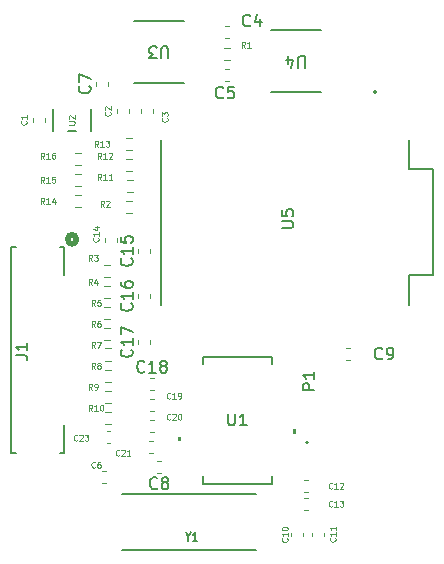
<source format=gbr>
%TF.GenerationSoftware,KiCad,Pcbnew,8.0.8*%
%TF.CreationDate,2025-04-15T16:19:57+05:30*%
%TF.ProjectId,STHDAQ_BX,53544844-4151-45f4-9258-2e6b69636164,rev?*%
%TF.SameCoordinates,Original*%
%TF.FileFunction,Legend,Top*%
%TF.FilePolarity,Positive*%
%FSLAX46Y46*%
G04 Gerber Fmt 4.6, Leading zero omitted, Abs format (unit mm)*
G04 Created by KiCad (PCBNEW 8.0.8) date 2025-04-15 16:19:57*
%MOMM*%
%LPD*%
G01*
G04 APERTURE LIST*
%ADD10C,0.125000*%
%ADD11C,0.150000*%
%ADD12C,0.152400*%
%ADD13C,0.120000*%
%ADD14C,0.127000*%
%ADD15C,0.508000*%
%ADD16C,0.200000*%
%ADD17C,0.000000*%
G04 APERTURE END LIST*
D10*
X175238809Y-90804952D02*
X175643571Y-90804952D01*
X175643571Y-90804952D02*
X175691190Y-90781142D01*
X175691190Y-90781142D02*
X175715000Y-90757333D01*
X175715000Y-90757333D02*
X175738809Y-90709714D01*
X175738809Y-90709714D02*
X175738809Y-90614476D01*
X175738809Y-90614476D02*
X175715000Y-90566857D01*
X175715000Y-90566857D02*
X175691190Y-90543047D01*
X175691190Y-90543047D02*
X175643571Y-90519238D01*
X175643571Y-90519238D02*
X175238809Y-90519238D01*
X175286428Y-90304951D02*
X175262619Y-90281142D01*
X175262619Y-90281142D02*
X175238809Y-90233523D01*
X175238809Y-90233523D02*
X175238809Y-90114475D01*
X175238809Y-90114475D02*
X175262619Y-90066856D01*
X175262619Y-90066856D02*
X175286428Y-90043047D01*
X175286428Y-90043047D02*
X175334047Y-90019237D01*
X175334047Y-90019237D02*
X175381666Y-90019237D01*
X175381666Y-90019237D02*
X175453095Y-90043047D01*
X175453095Y-90043047D02*
X175738809Y-90328761D01*
X175738809Y-90328761D02*
X175738809Y-90019237D01*
D11*
X180539580Y-102142357D02*
X180587200Y-102189976D01*
X180587200Y-102189976D02*
X180634819Y-102332833D01*
X180634819Y-102332833D02*
X180634819Y-102428071D01*
X180634819Y-102428071D02*
X180587200Y-102570928D01*
X180587200Y-102570928D02*
X180491961Y-102666166D01*
X180491961Y-102666166D02*
X180396723Y-102713785D01*
X180396723Y-102713785D02*
X180206247Y-102761404D01*
X180206247Y-102761404D02*
X180063390Y-102761404D01*
X180063390Y-102761404D02*
X179872914Y-102713785D01*
X179872914Y-102713785D02*
X179777676Y-102666166D01*
X179777676Y-102666166D02*
X179682438Y-102570928D01*
X179682438Y-102570928D02*
X179634819Y-102428071D01*
X179634819Y-102428071D02*
X179634819Y-102332833D01*
X179634819Y-102332833D02*
X179682438Y-102189976D01*
X179682438Y-102189976D02*
X179730057Y-102142357D01*
X180634819Y-101189976D02*
X180634819Y-101761404D01*
X180634819Y-101475690D02*
X179634819Y-101475690D01*
X179634819Y-101475690D02*
X179777676Y-101570928D01*
X179777676Y-101570928D02*
X179872914Y-101666166D01*
X179872914Y-101666166D02*
X179920533Y-101761404D01*
X179634819Y-100285214D02*
X179634819Y-100761404D01*
X179634819Y-100761404D02*
X180111009Y-100809023D01*
X180111009Y-100809023D02*
X180063390Y-100761404D01*
X180063390Y-100761404D02*
X180015771Y-100666166D01*
X180015771Y-100666166D02*
X180015771Y-100428071D01*
X180015771Y-100428071D02*
X180063390Y-100332833D01*
X180063390Y-100332833D02*
X180111009Y-100285214D01*
X180111009Y-100285214D02*
X180206247Y-100237595D01*
X180206247Y-100237595D02*
X180444342Y-100237595D01*
X180444342Y-100237595D02*
X180539580Y-100285214D01*
X180539580Y-100285214D02*
X180587200Y-100332833D01*
X180587200Y-100332833D02*
X180634819Y-100428071D01*
X180634819Y-100428071D02*
X180634819Y-100666166D01*
X180634819Y-100666166D02*
X180587200Y-100761404D01*
X180587200Y-100761404D02*
X180539580Y-100809023D01*
D10*
X177732571Y-92680809D02*
X177565905Y-92442714D01*
X177446857Y-92680809D02*
X177446857Y-92180809D01*
X177446857Y-92180809D02*
X177637333Y-92180809D01*
X177637333Y-92180809D02*
X177684952Y-92204619D01*
X177684952Y-92204619D02*
X177708762Y-92228428D01*
X177708762Y-92228428D02*
X177732571Y-92276047D01*
X177732571Y-92276047D02*
X177732571Y-92347476D01*
X177732571Y-92347476D02*
X177708762Y-92395095D01*
X177708762Y-92395095D02*
X177684952Y-92418904D01*
X177684952Y-92418904D02*
X177637333Y-92442714D01*
X177637333Y-92442714D02*
X177446857Y-92442714D01*
X178208762Y-92680809D02*
X177923048Y-92680809D01*
X178065905Y-92680809D02*
X178065905Y-92180809D01*
X178065905Y-92180809D02*
X178018286Y-92252238D01*
X178018286Y-92252238D02*
X177970667Y-92299857D01*
X177970667Y-92299857D02*
X177923048Y-92323666D01*
X178375428Y-92180809D02*
X178684952Y-92180809D01*
X178684952Y-92180809D02*
X178518285Y-92371285D01*
X178518285Y-92371285D02*
X178589714Y-92371285D01*
X178589714Y-92371285D02*
X178637333Y-92395095D01*
X178637333Y-92395095D02*
X178661142Y-92418904D01*
X178661142Y-92418904D02*
X178684952Y-92466523D01*
X178684952Y-92466523D02*
X178684952Y-92585571D01*
X178684952Y-92585571D02*
X178661142Y-92633190D01*
X178661142Y-92633190D02*
X178637333Y-92657000D01*
X178637333Y-92657000D02*
X178589714Y-92680809D01*
X178589714Y-92680809D02*
X178446857Y-92680809D01*
X178446857Y-92680809D02*
X178399238Y-92657000D01*
X178399238Y-92657000D02*
X178375428Y-92633190D01*
X177462666Y-111476809D02*
X177296000Y-111238714D01*
X177176952Y-111476809D02*
X177176952Y-110976809D01*
X177176952Y-110976809D02*
X177367428Y-110976809D01*
X177367428Y-110976809D02*
X177415047Y-111000619D01*
X177415047Y-111000619D02*
X177438857Y-111024428D01*
X177438857Y-111024428D02*
X177462666Y-111072047D01*
X177462666Y-111072047D02*
X177462666Y-111143476D01*
X177462666Y-111143476D02*
X177438857Y-111191095D01*
X177438857Y-111191095D02*
X177415047Y-111214904D01*
X177415047Y-111214904D02*
X177367428Y-111238714D01*
X177367428Y-111238714D02*
X177176952Y-111238714D01*
X177748381Y-111191095D02*
X177700762Y-111167285D01*
X177700762Y-111167285D02*
X177676952Y-111143476D01*
X177676952Y-111143476D02*
X177653143Y-111095857D01*
X177653143Y-111095857D02*
X177653143Y-111072047D01*
X177653143Y-111072047D02*
X177676952Y-111024428D01*
X177676952Y-111024428D02*
X177700762Y-111000619D01*
X177700762Y-111000619D02*
X177748381Y-110976809D01*
X177748381Y-110976809D02*
X177843619Y-110976809D01*
X177843619Y-110976809D02*
X177891238Y-111000619D01*
X177891238Y-111000619D02*
X177915047Y-111024428D01*
X177915047Y-111024428D02*
X177938857Y-111072047D01*
X177938857Y-111072047D02*
X177938857Y-111095857D01*
X177938857Y-111095857D02*
X177915047Y-111143476D01*
X177915047Y-111143476D02*
X177891238Y-111167285D01*
X177891238Y-111167285D02*
X177843619Y-111191095D01*
X177843619Y-111191095D02*
X177748381Y-111191095D01*
X177748381Y-111191095D02*
X177700762Y-111214904D01*
X177700762Y-111214904D02*
X177676952Y-111238714D01*
X177676952Y-111238714D02*
X177653143Y-111286333D01*
X177653143Y-111286333D02*
X177653143Y-111381571D01*
X177653143Y-111381571D02*
X177676952Y-111429190D01*
X177676952Y-111429190D02*
X177700762Y-111453000D01*
X177700762Y-111453000D02*
X177748381Y-111476809D01*
X177748381Y-111476809D02*
X177843619Y-111476809D01*
X177843619Y-111476809D02*
X177891238Y-111453000D01*
X177891238Y-111453000D02*
X177915047Y-111429190D01*
X177915047Y-111429190D02*
X177938857Y-111381571D01*
X177938857Y-111381571D02*
X177938857Y-111286333D01*
X177938857Y-111286333D02*
X177915047Y-111238714D01*
X177915047Y-111238714D02*
X177891238Y-111214904D01*
X177891238Y-111214904D02*
X177843619Y-111191095D01*
X190162666Y-84298809D02*
X189996000Y-84060714D01*
X189876952Y-84298809D02*
X189876952Y-83798809D01*
X189876952Y-83798809D02*
X190067428Y-83798809D01*
X190067428Y-83798809D02*
X190115047Y-83822619D01*
X190115047Y-83822619D02*
X190138857Y-83846428D01*
X190138857Y-83846428D02*
X190162666Y-83894047D01*
X190162666Y-83894047D02*
X190162666Y-83965476D01*
X190162666Y-83965476D02*
X190138857Y-84013095D01*
X190138857Y-84013095D02*
X190115047Y-84036904D01*
X190115047Y-84036904D02*
X190067428Y-84060714D01*
X190067428Y-84060714D02*
X189876952Y-84060714D01*
X190638857Y-84298809D02*
X190353143Y-84298809D01*
X190496000Y-84298809D02*
X190496000Y-83798809D01*
X190496000Y-83798809D02*
X190448381Y-83870238D01*
X190448381Y-83870238D02*
X190400762Y-83917857D01*
X190400762Y-83917857D02*
X190353143Y-83941666D01*
D11*
X201763333Y-110595580D02*
X201715714Y-110643200D01*
X201715714Y-110643200D02*
X201572857Y-110690819D01*
X201572857Y-110690819D02*
X201477619Y-110690819D01*
X201477619Y-110690819D02*
X201334762Y-110643200D01*
X201334762Y-110643200D02*
X201239524Y-110547961D01*
X201239524Y-110547961D02*
X201191905Y-110452723D01*
X201191905Y-110452723D02*
X201144286Y-110262247D01*
X201144286Y-110262247D02*
X201144286Y-110119390D01*
X201144286Y-110119390D02*
X201191905Y-109928914D01*
X201191905Y-109928914D02*
X201239524Y-109833676D01*
X201239524Y-109833676D02*
X201334762Y-109738438D01*
X201334762Y-109738438D02*
X201477619Y-109690819D01*
X201477619Y-109690819D02*
X201572857Y-109690819D01*
X201572857Y-109690819D02*
X201715714Y-109738438D01*
X201715714Y-109738438D02*
X201763333Y-109786057D01*
X202239524Y-110690819D02*
X202430000Y-110690819D01*
X202430000Y-110690819D02*
X202525238Y-110643200D01*
X202525238Y-110643200D02*
X202572857Y-110595580D01*
X202572857Y-110595580D02*
X202668095Y-110452723D01*
X202668095Y-110452723D02*
X202715714Y-110262247D01*
X202715714Y-110262247D02*
X202715714Y-109881295D01*
X202715714Y-109881295D02*
X202668095Y-109786057D01*
X202668095Y-109786057D02*
X202620476Y-109738438D01*
X202620476Y-109738438D02*
X202525238Y-109690819D01*
X202525238Y-109690819D02*
X202334762Y-109690819D01*
X202334762Y-109690819D02*
X202239524Y-109738438D01*
X202239524Y-109738438D02*
X202191905Y-109786057D01*
X202191905Y-109786057D02*
X202144286Y-109881295D01*
X202144286Y-109881295D02*
X202144286Y-110119390D01*
X202144286Y-110119390D02*
X202191905Y-110214628D01*
X202191905Y-110214628D02*
X202239524Y-110262247D01*
X202239524Y-110262247D02*
X202334762Y-110309866D01*
X202334762Y-110309866D02*
X202525238Y-110309866D01*
X202525238Y-110309866D02*
X202620476Y-110262247D01*
X202620476Y-110262247D02*
X202668095Y-110214628D01*
X202668095Y-110214628D02*
X202715714Y-110119390D01*
D10*
X171627190Y-90493333D02*
X171651000Y-90517142D01*
X171651000Y-90517142D02*
X171674809Y-90588571D01*
X171674809Y-90588571D02*
X171674809Y-90636190D01*
X171674809Y-90636190D02*
X171651000Y-90707618D01*
X171651000Y-90707618D02*
X171603380Y-90755237D01*
X171603380Y-90755237D02*
X171555761Y-90779047D01*
X171555761Y-90779047D02*
X171460523Y-90802856D01*
X171460523Y-90802856D02*
X171389095Y-90802856D01*
X171389095Y-90802856D02*
X171293857Y-90779047D01*
X171293857Y-90779047D02*
X171246238Y-90755237D01*
X171246238Y-90755237D02*
X171198619Y-90707618D01*
X171198619Y-90707618D02*
X171174809Y-90636190D01*
X171174809Y-90636190D02*
X171174809Y-90588571D01*
X171174809Y-90588571D02*
X171198619Y-90517142D01*
X171198619Y-90517142D02*
X171222428Y-90493333D01*
X171674809Y-90017142D02*
X171674809Y-90302856D01*
X171674809Y-90159999D02*
X171174809Y-90159999D01*
X171174809Y-90159999D02*
X171246238Y-90207618D01*
X171246238Y-90207618D02*
X171293857Y-90255237D01*
X171293857Y-90255237D02*
X171317666Y-90302856D01*
D11*
X185369238Y-125711342D02*
X185369238Y-126092295D01*
X185155905Y-125292295D02*
X185369238Y-125711342D01*
X185369238Y-125711342D02*
X185582572Y-125292295D01*
X186131143Y-126092295D02*
X185765428Y-126092295D01*
X185948285Y-126092295D02*
X185948285Y-125292295D01*
X185948285Y-125292295D02*
X185887333Y-125406580D01*
X185887333Y-125406580D02*
X185826381Y-125482771D01*
X185826381Y-125482771D02*
X185765428Y-125520866D01*
X176983580Y-87542666D02*
X177031200Y-87590285D01*
X177031200Y-87590285D02*
X177078819Y-87733142D01*
X177078819Y-87733142D02*
X177078819Y-87828380D01*
X177078819Y-87828380D02*
X177031200Y-87971237D01*
X177031200Y-87971237D02*
X176935961Y-88066475D01*
X176935961Y-88066475D02*
X176840723Y-88114094D01*
X176840723Y-88114094D02*
X176650247Y-88161713D01*
X176650247Y-88161713D02*
X176507390Y-88161713D01*
X176507390Y-88161713D02*
X176316914Y-88114094D01*
X176316914Y-88114094D02*
X176221676Y-88066475D01*
X176221676Y-88066475D02*
X176126438Y-87971237D01*
X176126438Y-87971237D02*
X176078819Y-87828380D01*
X176078819Y-87828380D02*
X176078819Y-87733142D01*
X176078819Y-87733142D02*
X176126438Y-87590285D01*
X176126438Y-87590285D02*
X176174057Y-87542666D01*
X176078819Y-87209332D02*
X176078819Y-86542666D01*
X176078819Y-86542666D02*
X177078819Y-86971237D01*
X182713333Y-121577080D02*
X182665714Y-121624700D01*
X182665714Y-121624700D02*
X182522857Y-121672319D01*
X182522857Y-121672319D02*
X182427619Y-121672319D01*
X182427619Y-121672319D02*
X182284762Y-121624700D01*
X182284762Y-121624700D02*
X182189524Y-121529461D01*
X182189524Y-121529461D02*
X182141905Y-121434223D01*
X182141905Y-121434223D02*
X182094286Y-121243747D01*
X182094286Y-121243747D02*
X182094286Y-121100890D01*
X182094286Y-121100890D02*
X182141905Y-120910414D01*
X182141905Y-120910414D02*
X182189524Y-120815176D01*
X182189524Y-120815176D02*
X182284762Y-120719938D01*
X182284762Y-120719938D02*
X182427619Y-120672319D01*
X182427619Y-120672319D02*
X182522857Y-120672319D01*
X182522857Y-120672319D02*
X182665714Y-120719938D01*
X182665714Y-120719938D02*
X182713333Y-120767557D01*
X183284762Y-121100890D02*
X183189524Y-121053271D01*
X183189524Y-121053271D02*
X183141905Y-121005652D01*
X183141905Y-121005652D02*
X183094286Y-120910414D01*
X183094286Y-120910414D02*
X183094286Y-120862795D01*
X183094286Y-120862795D02*
X183141905Y-120767557D01*
X183141905Y-120767557D02*
X183189524Y-120719938D01*
X183189524Y-120719938D02*
X183284762Y-120672319D01*
X183284762Y-120672319D02*
X183475238Y-120672319D01*
X183475238Y-120672319D02*
X183570476Y-120719938D01*
X183570476Y-120719938D02*
X183618095Y-120767557D01*
X183618095Y-120767557D02*
X183665714Y-120862795D01*
X183665714Y-120862795D02*
X183665714Y-120910414D01*
X183665714Y-120910414D02*
X183618095Y-121005652D01*
X183618095Y-121005652D02*
X183570476Y-121053271D01*
X183570476Y-121053271D02*
X183475238Y-121100890D01*
X183475238Y-121100890D02*
X183284762Y-121100890D01*
X183284762Y-121100890D02*
X183189524Y-121148509D01*
X183189524Y-121148509D02*
X183141905Y-121196128D01*
X183141905Y-121196128D02*
X183094286Y-121291366D01*
X183094286Y-121291366D02*
X183094286Y-121481842D01*
X183094286Y-121481842D02*
X183141905Y-121577080D01*
X183141905Y-121577080D02*
X183189524Y-121624700D01*
X183189524Y-121624700D02*
X183284762Y-121672319D01*
X183284762Y-121672319D02*
X183475238Y-121672319D01*
X183475238Y-121672319D02*
X183570476Y-121624700D01*
X183570476Y-121624700D02*
X183618095Y-121577080D01*
X183618095Y-121577080D02*
X183665714Y-121481842D01*
X183665714Y-121481842D02*
X183665714Y-121291366D01*
X183665714Y-121291366D02*
X183618095Y-121196128D01*
X183618095Y-121196128D02*
X183570476Y-121148509D01*
X183570476Y-121148509D02*
X183475238Y-121100890D01*
D10*
X173160571Y-93696809D02*
X172993905Y-93458714D01*
X172874857Y-93696809D02*
X172874857Y-93196809D01*
X172874857Y-93196809D02*
X173065333Y-93196809D01*
X173065333Y-93196809D02*
X173112952Y-93220619D01*
X173112952Y-93220619D02*
X173136762Y-93244428D01*
X173136762Y-93244428D02*
X173160571Y-93292047D01*
X173160571Y-93292047D02*
X173160571Y-93363476D01*
X173160571Y-93363476D02*
X173136762Y-93411095D01*
X173136762Y-93411095D02*
X173112952Y-93434904D01*
X173112952Y-93434904D02*
X173065333Y-93458714D01*
X173065333Y-93458714D02*
X172874857Y-93458714D01*
X173636762Y-93696809D02*
X173351048Y-93696809D01*
X173493905Y-93696809D02*
X173493905Y-93196809D01*
X173493905Y-93196809D02*
X173446286Y-93268238D01*
X173446286Y-93268238D02*
X173398667Y-93315857D01*
X173398667Y-93315857D02*
X173351048Y-93339666D01*
X174065333Y-93196809D02*
X173970095Y-93196809D01*
X173970095Y-93196809D02*
X173922476Y-93220619D01*
X173922476Y-93220619D02*
X173898666Y-93244428D01*
X173898666Y-93244428D02*
X173851047Y-93315857D01*
X173851047Y-93315857D02*
X173827238Y-93411095D01*
X173827238Y-93411095D02*
X173827238Y-93601571D01*
X173827238Y-93601571D02*
X173851047Y-93649190D01*
X173851047Y-93649190D02*
X173874857Y-93673000D01*
X173874857Y-93673000D02*
X173922476Y-93696809D01*
X173922476Y-93696809D02*
X174017714Y-93696809D01*
X174017714Y-93696809D02*
X174065333Y-93673000D01*
X174065333Y-93673000D02*
X174089142Y-93649190D01*
X174089142Y-93649190D02*
X174112952Y-93601571D01*
X174112952Y-93601571D02*
X174112952Y-93482523D01*
X174112952Y-93482523D02*
X174089142Y-93434904D01*
X174089142Y-93434904D02*
X174065333Y-93411095D01*
X174065333Y-93411095D02*
X174017714Y-93387285D01*
X174017714Y-93387285D02*
X173922476Y-93387285D01*
X173922476Y-93387285D02*
X173874857Y-93411095D01*
X173874857Y-93411095D02*
X173851047Y-93434904D01*
X173851047Y-93434904D02*
X173827238Y-93482523D01*
D11*
X196035461Y-113261117D02*
X195034075Y-113261117D01*
X195034075Y-113261117D02*
X195034075Y-112879637D01*
X195034075Y-112879637D02*
X195081760Y-112784267D01*
X195081760Y-112784267D02*
X195129445Y-112736582D01*
X195129445Y-112736582D02*
X195224815Y-112688897D01*
X195224815Y-112688897D02*
X195367870Y-112688897D01*
X195367870Y-112688897D02*
X195463240Y-112736582D01*
X195463240Y-112736582D02*
X195510925Y-112784267D01*
X195510925Y-112784267D02*
X195558610Y-112879637D01*
X195558610Y-112879637D02*
X195558610Y-113261117D01*
X196035461Y-111735196D02*
X196035461Y-112307416D01*
X196035461Y-112021306D02*
X195034075Y-112021306D01*
X195034075Y-112021306D02*
X195177130Y-112116676D01*
X195177130Y-112116676D02*
X195272500Y-112212046D01*
X195272500Y-112212046D02*
X195320185Y-112307416D01*
D10*
X183565190Y-90253333D02*
X183589000Y-90277142D01*
X183589000Y-90277142D02*
X183612809Y-90348571D01*
X183612809Y-90348571D02*
X183612809Y-90396190D01*
X183612809Y-90396190D02*
X183589000Y-90467618D01*
X183589000Y-90467618D02*
X183541380Y-90515237D01*
X183541380Y-90515237D02*
X183493761Y-90539047D01*
X183493761Y-90539047D02*
X183398523Y-90562856D01*
X183398523Y-90562856D02*
X183327095Y-90562856D01*
X183327095Y-90562856D02*
X183231857Y-90539047D01*
X183231857Y-90539047D02*
X183184238Y-90515237D01*
X183184238Y-90515237D02*
X183136619Y-90467618D01*
X183136619Y-90467618D02*
X183112809Y-90396190D01*
X183112809Y-90396190D02*
X183112809Y-90348571D01*
X183112809Y-90348571D02*
X183136619Y-90277142D01*
X183136619Y-90277142D02*
X183160428Y-90253333D01*
X183112809Y-90086666D02*
X183112809Y-89777142D01*
X183112809Y-89777142D02*
X183303285Y-89943809D01*
X183303285Y-89943809D02*
X183303285Y-89872380D01*
X183303285Y-89872380D02*
X183327095Y-89824761D01*
X183327095Y-89824761D02*
X183350904Y-89800952D01*
X183350904Y-89800952D02*
X183398523Y-89777142D01*
X183398523Y-89777142D02*
X183517571Y-89777142D01*
X183517571Y-89777142D02*
X183565190Y-89800952D01*
X183565190Y-89800952D02*
X183589000Y-89824761D01*
X183589000Y-89824761D02*
X183612809Y-89872380D01*
X183612809Y-89872380D02*
X183612809Y-90015237D01*
X183612809Y-90015237D02*
X183589000Y-90062856D01*
X183589000Y-90062856D02*
X183565190Y-90086666D01*
D11*
X183641904Y-85191680D02*
X183641904Y-84382157D01*
X183641904Y-84382157D02*
X183594285Y-84286919D01*
X183594285Y-84286919D02*
X183546666Y-84239300D01*
X183546666Y-84239300D02*
X183451428Y-84191680D01*
X183451428Y-84191680D02*
X183260952Y-84191680D01*
X183260952Y-84191680D02*
X183165714Y-84239300D01*
X183165714Y-84239300D02*
X183118095Y-84286919D01*
X183118095Y-84286919D02*
X183070476Y-84382157D01*
X183070476Y-84382157D02*
X183070476Y-85191680D01*
X182689523Y-85191680D02*
X182070476Y-85191680D01*
X182070476Y-85191680D02*
X182403809Y-84810728D01*
X182403809Y-84810728D02*
X182260952Y-84810728D01*
X182260952Y-84810728D02*
X182165714Y-84763109D01*
X182165714Y-84763109D02*
X182118095Y-84715490D01*
X182118095Y-84715490D02*
X182070476Y-84620252D01*
X182070476Y-84620252D02*
X182070476Y-84382157D01*
X182070476Y-84382157D02*
X182118095Y-84286919D01*
X182118095Y-84286919D02*
X182165714Y-84239300D01*
X182165714Y-84239300D02*
X182260952Y-84191680D01*
X182260952Y-84191680D02*
X182546666Y-84191680D01*
X182546666Y-84191680D02*
X182641904Y-84239300D01*
X182641904Y-84239300D02*
X182689523Y-84286919D01*
X170734319Y-110338333D02*
X171448604Y-110338333D01*
X171448604Y-110338333D02*
X171591461Y-110385952D01*
X171591461Y-110385952D02*
X171686700Y-110481190D01*
X171686700Y-110481190D02*
X171734319Y-110624047D01*
X171734319Y-110624047D02*
X171734319Y-110719285D01*
X171734319Y-109338333D02*
X171734319Y-109909761D01*
X171734319Y-109624047D02*
X170734319Y-109624047D01*
X170734319Y-109624047D02*
X170877176Y-109719285D01*
X170877176Y-109719285D02*
X170972414Y-109814523D01*
X170972414Y-109814523D02*
X171020033Y-109909761D01*
D10*
X175954571Y-117525190D02*
X175930762Y-117549000D01*
X175930762Y-117549000D02*
X175859333Y-117572809D01*
X175859333Y-117572809D02*
X175811714Y-117572809D01*
X175811714Y-117572809D02*
X175740286Y-117549000D01*
X175740286Y-117549000D02*
X175692667Y-117501380D01*
X175692667Y-117501380D02*
X175668857Y-117453761D01*
X175668857Y-117453761D02*
X175645048Y-117358523D01*
X175645048Y-117358523D02*
X175645048Y-117287095D01*
X175645048Y-117287095D02*
X175668857Y-117191857D01*
X175668857Y-117191857D02*
X175692667Y-117144238D01*
X175692667Y-117144238D02*
X175740286Y-117096619D01*
X175740286Y-117096619D02*
X175811714Y-117072809D01*
X175811714Y-117072809D02*
X175859333Y-117072809D01*
X175859333Y-117072809D02*
X175930762Y-117096619D01*
X175930762Y-117096619D02*
X175954571Y-117120428D01*
X176145048Y-117120428D02*
X176168857Y-117096619D01*
X176168857Y-117096619D02*
X176216476Y-117072809D01*
X176216476Y-117072809D02*
X176335524Y-117072809D01*
X176335524Y-117072809D02*
X176383143Y-117096619D01*
X176383143Y-117096619D02*
X176406952Y-117120428D01*
X176406952Y-117120428D02*
X176430762Y-117168047D01*
X176430762Y-117168047D02*
X176430762Y-117215666D01*
X176430762Y-117215666D02*
X176406952Y-117287095D01*
X176406952Y-117287095D02*
X176121238Y-117572809D01*
X176121238Y-117572809D02*
X176430762Y-117572809D01*
X176597428Y-117072809D02*
X176906952Y-117072809D01*
X176906952Y-117072809D02*
X176740285Y-117263285D01*
X176740285Y-117263285D02*
X176811714Y-117263285D01*
X176811714Y-117263285D02*
X176859333Y-117287095D01*
X176859333Y-117287095D02*
X176883142Y-117310904D01*
X176883142Y-117310904D02*
X176906952Y-117358523D01*
X176906952Y-117358523D02*
X176906952Y-117477571D01*
X176906952Y-117477571D02*
X176883142Y-117525190D01*
X176883142Y-117525190D02*
X176859333Y-117549000D01*
X176859333Y-117549000D02*
X176811714Y-117572809D01*
X176811714Y-117572809D02*
X176668857Y-117572809D01*
X176668857Y-117572809D02*
X176621238Y-117549000D01*
X176621238Y-117549000D02*
X176597428Y-117525190D01*
X179510571Y-118795190D02*
X179486762Y-118819000D01*
X179486762Y-118819000D02*
X179415333Y-118842809D01*
X179415333Y-118842809D02*
X179367714Y-118842809D01*
X179367714Y-118842809D02*
X179296286Y-118819000D01*
X179296286Y-118819000D02*
X179248667Y-118771380D01*
X179248667Y-118771380D02*
X179224857Y-118723761D01*
X179224857Y-118723761D02*
X179201048Y-118628523D01*
X179201048Y-118628523D02*
X179201048Y-118557095D01*
X179201048Y-118557095D02*
X179224857Y-118461857D01*
X179224857Y-118461857D02*
X179248667Y-118414238D01*
X179248667Y-118414238D02*
X179296286Y-118366619D01*
X179296286Y-118366619D02*
X179367714Y-118342809D01*
X179367714Y-118342809D02*
X179415333Y-118342809D01*
X179415333Y-118342809D02*
X179486762Y-118366619D01*
X179486762Y-118366619D02*
X179510571Y-118390428D01*
X179701048Y-118390428D02*
X179724857Y-118366619D01*
X179724857Y-118366619D02*
X179772476Y-118342809D01*
X179772476Y-118342809D02*
X179891524Y-118342809D01*
X179891524Y-118342809D02*
X179939143Y-118366619D01*
X179939143Y-118366619D02*
X179962952Y-118390428D01*
X179962952Y-118390428D02*
X179986762Y-118438047D01*
X179986762Y-118438047D02*
X179986762Y-118485666D01*
X179986762Y-118485666D02*
X179962952Y-118557095D01*
X179962952Y-118557095D02*
X179677238Y-118842809D01*
X179677238Y-118842809D02*
X179986762Y-118842809D01*
X180462952Y-118842809D02*
X180177238Y-118842809D01*
X180320095Y-118842809D02*
X180320095Y-118342809D01*
X180320095Y-118342809D02*
X180272476Y-118414238D01*
X180272476Y-118414238D02*
X180224857Y-118461857D01*
X180224857Y-118461857D02*
X180177238Y-118485666D01*
X177462666Y-109698809D02*
X177296000Y-109460714D01*
X177176952Y-109698809D02*
X177176952Y-109198809D01*
X177176952Y-109198809D02*
X177367428Y-109198809D01*
X177367428Y-109198809D02*
X177415047Y-109222619D01*
X177415047Y-109222619D02*
X177438857Y-109246428D01*
X177438857Y-109246428D02*
X177462666Y-109294047D01*
X177462666Y-109294047D02*
X177462666Y-109365476D01*
X177462666Y-109365476D02*
X177438857Y-109413095D01*
X177438857Y-109413095D02*
X177415047Y-109436904D01*
X177415047Y-109436904D02*
X177367428Y-109460714D01*
X177367428Y-109460714D02*
X177176952Y-109460714D01*
X177629333Y-109198809D02*
X177962666Y-109198809D01*
X177962666Y-109198809D02*
X177748381Y-109698809D01*
X173160571Y-97506809D02*
X172993905Y-97268714D01*
X172874857Y-97506809D02*
X172874857Y-97006809D01*
X172874857Y-97006809D02*
X173065333Y-97006809D01*
X173065333Y-97006809D02*
X173112952Y-97030619D01*
X173112952Y-97030619D02*
X173136762Y-97054428D01*
X173136762Y-97054428D02*
X173160571Y-97102047D01*
X173160571Y-97102047D02*
X173160571Y-97173476D01*
X173160571Y-97173476D02*
X173136762Y-97221095D01*
X173136762Y-97221095D02*
X173112952Y-97244904D01*
X173112952Y-97244904D02*
X173065333Y-97268714D01*
X173065333Y-97268714D02*
X172874857Y-97268714D01*
X173636762Y-97506809D02*
X173351048Y-97506809D01*
X173493905Y-97506809D02*
X173493905Y-97006809D01*
X173493905Y-97006809D02*
X173446286Y-97078238D01*
X173446286Y-97078238D02*
X173398667Y-97125857D01*
X173398667Y-97125857D02*
X173351048Y-97149666D01*
X174065333Y-97173476D02*
X174065333Y-97506809D01*
X173946285Y-96983000D02*
X173827238Y-97340142D01*
X173827238Y-97340142D02*
X174136761Y-97340142D01*
X193725190Y-125829428D02*
X193749000Y-125853237D01*
X193749000Y-125853237D02*
X193772809Y-125924666D01*
X193772809Y-125924666D02*
X193772809Y-125972285D01*
X193772809Y-125972285D02*
X193749000Y-126043713D01*
X193749000Y-126043713D02*
X193701380Y-126091332D01*
X193701380Y-126091332D02*
X193653761Y-126115142D01*
X193653761Y-126115142D02*
X193558523Y-126138951D01*
X193558523Y-126138951D02*
X193487095Y-126138951D01*
X193487095Y-126138951D02*
X193391857Y-126115142D01*
X193391857Y-126115142D02*
X193344238Y-126091332D01*
X193344238Y-126091332D02*
X193296619Y-126043713D01*
X193296619Y-126043713D02*
X193272809Y-125972285D01*
X193272809Y-125972285D02*
X193272809Y-125924666D01*
X193272809Y-125924666D02*
X193296619Y-125853237D01*
X193296619Y-125853237D02*
X193320428Y-125829428D01*
X193772809Y-125353237D02*
X193772809Y-125638951D01*
X193772809Y-125496094D02*
X193272809Y-125496094D01*
X193272809Y-125496094D02*
X193344238Y-125543713D01*
X193344238Y-125543713D02*
X193391857Y-125591332D01*
X193391857Y-125591332D02*
X193415666Y-125638951D01*
X193272809Y-125043714D02*
X193272809Y-124996095D01*
X193272809Y-124996095D02*
X193296619Y-124948476D01*
X193296619Y-124948476D02*
X193320428Y-124924666D01*
X193320428Y-124924666D02*
X193368047Y-124900857D01*
X193368047Y-124900857D02*
X193463285Y-124877047D01*
X193463285Y-124877047D02*
X193582333Y-124877047D01*
X193582333Y-124877047D02*
X193677571Y-124900857D01*
X193677571Y-124900857D02*
X193725190Y-124924666D01*
X193725190Y-124924666D02*
X193749000Y-124948476D01*
X193749000Y-124948476D02*
X193772809Y-124996095D01*
X193772809Y-124996095D02*
X193772809Y-125043714D01*
X193772809Y-125043714D02*
X193749000Y-125091333D01*
X193749000Y-125091333D02*
X193725190Y-125115142D01*
X193725190Y-125115142D02*
X193677571Y-125138952D01*
X193677571Y-125138952D02*
X193582333Y-125162761D01*
X193582333Y-125162761D02*
X193463285Y-125162761D01*
X193463285Y-125162761D02*
X193368047Y-125138952D01*
X193368047Y-125138952D02*
X193320428Y-125115142D01*
X193320428Y-125115142D02*
X193296619Y-125091333D01*
X193296619Y-125091333D02*
X193272809Y-125043714D01*
D11*
X180539580Y-109862857D02*
X180587200Y-109910476D01*
X180587200Y-109910476D02*
X180634819Y-110053333D01*
X180634819Y-110053333D02*
X180634819Y-110148571D01*
X180634819Y-110148571D02*
X180587200Y-110291428D01*
X180587200Y-110291428D02*
X180491961Y-110386666D01*
X180491961Y-110386666D02*
X180396723Y-110434285D01*
X180396723Y-110434285D02*
X180206247Y-110481904D01*
X180206247Y-110481904D02*
X180063390Y-110481904D01*
X180063390Y-110481904D02*
X179872914Y-110434285D01*
X179872914Y-110434285D02*
X179777676Y-110386666D01*
X179777676Y-110386666D02*
X179682438Y-110291428D01*
X179682438Y-110291428D02*
X179634819Y-110148571D01*
X179634819Y-110148571D02*
X179634819Y-110053333D01*
X179634819Y-110053333D02*
X179682438Y-109910476D01*
X179682438Y-109910476D02*
X179730057Y-109862857D01*
X180634819Y-108910476D02*
X180634819Y-109481904D01*
X180634819Y-109196190D02*
X179634819Y-109196190D01*
X179634819Y-109196190D02*
X179777676Y-109291428D01*
X179777676Y-109291428D02*
X179872914Y-109386666D01*
X179872914Y-109386666D02*
X179920533Y-109481904D01*
X179634819Y-108577142D02*
X179634819Y-107910476D01*
X179634819Y-107910476D02*
X180634819Y-108339047D01*
D10*
X197789190Y-125797428D02*
X197813000Y-125821237D01*
X197813000Y-125821237D02*
X197836809Y-125892666D01*
X197836809Y-125892666D02*
X197836809Y-125940285D01*
X197836809Y-125940285D02*
X197813000Y-126011713D01*
X197813000Y-126011713D02*
X197765380Y-126059332D01*
X197765380Y-126059332D02*
X197717761Y-126083142D01*
X197717761Y-126083142D02*
X197622523Y-126106951D01*
X197622523Y-126106951D02*
X197551095Y-126106951D01*
X197551095Y-126106951D02*
X197455857Y-126083142D01*
X197455857Y-126083142D02*
X197408238Y-126059332D01*
X197408238Y-126059332D02*
X197360619Y-126011713D01*
X197360619Y-126011713D02*
X197336809Y-125940285D01*
X197336809Y-125940285D02*
X197336809Y-125892666D01*
X197336809Y-125892666D02*
X197360619Y-125821237D01*
X197360619Y-125821237D02*
X197384428Y-125797428D01*
X197836809Y-125321237D02*
X197836809Y-125606951D01*
X197836809Y-125464094D02*
X197336809Y-125464094D01*
X197336809Y-125464094D02*
X197408238Y-125511713D01*
X197408238Y-125511713D02*
X197455857Y-125559332D01*
X197455857Y-125559332D02*
X197479666Y-125606951D01*
X197836809Y-124845047D02*
X197836809Y-125130761D01*
X197836809Y-124987904D02*
X197336809Y-124987904D01*
X197336809Y-124987904D02*
X197408238Y-125035523D01*
X197408238Y-125035523D02*
X197455857Y-125083142D01*
X197455857Y-125083142D02*
X197479666Y-125130761D01*
X177208666Y-113254809D02*
X177042000Y-113016714D01*
X176922952Y-113254809D02*
X176922952Y-112754809D01*
X176922952Y-112754809D02*
X177113428Y-112754809D01*
X177113428Y-112754809D02*
X177161047Y-112778619D01*
X177161047Y-112778619D02*
X177184857Y-112802428D01*
X177184857Y-112802428D02*
X177208666Y-112850047D01*
X177208666Y-112850047D02*
X177208666Y-112921476D01*
X177208666Y-112921476D02*
X177184857Y-112969095D01*
X177184857Y-112969095D02*
X177161047Y-112992904D01*
X177161047Y-112992904D02*
X177113428Y-113016714D01*
X177113428Y-113016714D02*
X176922952Y-113016714D01*
X177446762Y-113254809D02*
X177542000Y-113254809D01*
X177542000Y-113254809D02*
X177589619Y-113231000D01*
X177589619Y-113231000D02*
X177613428Y-113207190D01*
X177613428Y-113207190D02*
X177661047Y-113135761D01*
X177661047Y-113135761D02*
X177684857Y-113040523D01*
X177684857Y-113040523D02*
X177684857Y-112850047D01*
X177684857Y-112850047D02*
X177661047Y-112802428D01*
X177661047Y-112802428D02*
X177637238Y-112778619D01*
X177637238Y-112778619D02*
X177589619Y-112754809D01*
X177589619Y-112754809D02*
X177494381Y-112754809D01*
X177494381Y-112754809D02*
X177446762Y-112778619D01*
X177446762Y-112778619D02*
X177422952Y-112802428D01*
X177422952Y-112802428D02*
X177399143Y-112850047D01*
X177399143Y-112850047D02*
X177399143Y-112969095D01*
X177399143Y-112969095D02*
X177422952Y-113016714D01*
X177422952Y-113016714D02*
X177446762Y-113040523D01*
X177446762Y-113040523D02*
X177494381Y-113064333D01*
X177494381Y-113064333D02*
X177589619Y-113064333D01*
X177589619Y-113064333D02*
X177637238Y-113040523D01*
X177637238Y-113040523D02*
X177661047Y-113016714D01*
X177661047Y-113016714D02*
X177684857Y-112969095D01*
X183828571Y-115747190D02*
X183804762Y-115771000D01*
X183804762Y-115771000D02*
X183733333Y-115794809D01*
X183733333Y-115794809D02*
X183685714Y-115794809D01*
X183685714Y-115794809D02*
X183614286Y-115771000D01*
X183614286Y-115771000D02*
X183566667Y-115723380D01*
X183566667Y-115723380D02*
X183542857Y-115675761D01*
X183542857Y-115675761D02*
X183519048Y-115580523D01*
X183519048Y-115580523D02*
X183519048Y-115509095D01*
X183519048Y-115509095D02*
X183542857Y-115413857D01*
X183542857Y-115413857D02*
X183566667Y-115366238D01*
X183566667Y-115366238D02*
X183614286Y-115318619D01*
X183614286Y-115318619D02*
X183685714Y-115294809D01*
X183685714Y-115294809D02*
X183733333Y-115294809D01*
X183733333Y-115294809D02*
X183804762Y-115318619D01*
X183804762Y-115318619D02*
X183828571Y-115342428D01*
X184019048Y-115342428D02*
X184042857Y-115318619D01*
X184042857Y-115318619D02*
X184090476Y-115294809D01*
X184090476Y-115294809D02*
X184209524Y-115294809D01*
X184209524Y-115294809D02*
X184257143Y-115318619D01*
X184257143Y-115318619D02*
X184280952Y-115342428D01*
X184280952Y-115342428D02*
X184304762Y-115390047D01*
X184304762Y-115390047D02*
X184304762Y-115437666D01*
X184304762Y-115437666D02*
X184280952Y-115509095D01*
X184280952Y-115509095D02*
X183995238Y-115794809D01*
X183995238Y-115794809D02*
X184304762Y-115794809D01*
X184614285Y-115294809D02*
X184661904Y-115294809D01*
X184661904Y-115294809D02*
X184709523Y-115318619D01*
X184709523Y-115318619D02*
X184733333Y-115342428D01*
X184733333Y-115342428D02*
X184757142Y-115390047D01*
X184757142Y-115390047D02*
X184780952Y-115485285D01*
X184780952Y-115485285D02*
X184780952Y-115604333D01*
X184780952Y-115604333D02*
X184757142Y-115699571D01*
X184757142Y-115699571D02*
X184733333Y-115747190D01*
X184733333Y-115747190D02*
X184709523Y-115771000D01*
X184709523Y-115771000D02*
X184661904Y-115794809D01*
X184661904Y-115794809D02*
X184614285Y-115794809D01*
X184614285Y-115794809D02*
X184566666Y-115771000D01*
X184566666Y-115771000D02*
X184542857Y-115747190D01*
X184542857Y-115747190D02*
X184519047Y-115699571D01*
X184519047Y-115699571D02*
X184495238Y-115604333D01*
X184495238Y-115604333D02*
X184495238Y-115485285D01*
X184495238Y-115485285D02*
X184519047Y-115390047D01*
X184519047Y-115390047D02*
X184542857Y-115342428D01*
X184542857Y-115342428D02*
X184566666Y-115318619D01*
X184566666Y-115318619D02*
X184614285Y-115294809D01*
D11*
X193256819Y-99567904D02*
X194066342Y-99567904D01*
X194066342Y-99567904D02*
X194161580Y-99520285D01*
X194161580Y-99520285D02*
X194209200Y-99472666D01*
X194209200Y-99472666D02*
X194256819Y-99377428D01*
X194256819Y-99377428D02*
X194256819Y-99186952D01*
X194256819Y-99186952D02*
X194209200Y-99091714D01*
X194209200Y-99091714D02*
X194161580Y-99044095D01*
X194161580Y-99044095D02*
X194066342Y-98996476D01*
X194066342Y-98996476D02*
X193256819Y-98996476D01*
X193256819Y-98044095D02*
X193256819Y-98520285D01*
X193256819Y-98520285D02*
X193733009Y-98567904D01*
X193733009Y-98567904D02*
X193685390Y-98520285D01*
X193685390Y-98520285D02*
X193637771Y-98425047D01*
X193637771Y-98425047D02*
X193637771Y-98186952D01*
X193637771Y-98186952D02*
X193685390Y-98091714D01*
X193685390Y-98091714D02*
X193733009Y-98044095D01*
X193733009Y-98044095D02*
X193828247Y-97996476D01*
X193828247Y-97996476D02*
X194066342Y-97996476D01*
X194066342Y-97996476D02*
X194161580Y-98044095D01*
X194161580Y-98044095D02*
X194209200Y-98091714D01*
X194209200Y-98091714D02*
X194256819Y-98186952D01*
X194256819Y-98186952D02*
X194256819Y-98425047D01*
X194256819Y-98425047D02*
X194209200Y-98520285D01*
X194209200Y-98520285D02*
X194161580Y-98567904D01*
D10*
X178224666Y-97760809D02*
X178058000Y-97522714D01*
X177938952Y-97760809D02*
X177938952Y-97260809D01*
X177938952Y-97260809D02*
X178129428Y-97260809D01*
X178129428Y-97260809D02*
X178177047Y-97284619D01*
X178177047Y-97284619D02*
X178200857Y-97308428D01*
X178200857Y-97308428D02*
X178224666Y-97356047D01*
X178224666Y-97356047D02*
X178224666Y-97427476D01*
X178224666Y-97427476D02*
X178200857Y-97475095D01*
X178200857Y-97475095D02*
X178177047Y-97498904D01*
X178177047Y-97498904D02*
X178129428Y-97522714D01*
X178129428Y-97522714D02*
X177938952Y-97522714D01*
X178415143Y-97308428D02*
X178438952Y-97284619D01*
X178438952Y-97284619D02*
X178486571Y-97260809D01*
X178486571Y-97260809D02*
X178605619Y-97260809D01*
X178605619Y-97260809D02*
X178653238Y-97284619D01*
X178653238Y-97284619D02*
X178677047Y-97308428D01*
X178677047Y-97308428D02*
X178700857Y-97356047D01*
X178700857Y-97356047D02*
X178700857Y-97403666D01*
X178700857Y-97403666D02*
X178677047Y-97475095D01*
X178677047Y-97475095D02*
X178391333Y-97760809D01*
X178391333Y-97760809D02*
X178700857Y-97760809D01*
X173160571Y-95728809D02*
X172993905Y-95490714D01*
X172874857Y-95728809D02*
X172874857Y-95228809D01*
X172874857Y-95228809D02*
X173065333Y-95228809D01*
X173065333Y-95228809D02*
X173112952Y-95252619D01*
X173112952Y-95252619D02*
X173136762Y-95276428D01*
X173136762Y-95276428D02*
X173160571Y-95324047D01*
X173160571Y-95324047D02*
X173160571Y-95395476D01*
X173160571Y-95395476D02*
X173136762Y-95443095D01*
X173136762Y-95443095D02*
X173112952Y-95466904D01*
X173112952Y-95466904D02*
X173065333Y-95490714D01*
X173065333Y-95490714D02*
X172874857Y-95490714D01*
X173636762Y-95728809D02*
X173351048Y-95728809D01*
X173493905Y-95728809D02*
X173493905Y-95228809D01*
X173493905Y-95228809D02*
X173446286Y-95300238D01*
X173446286Y-95300238D02*
X173398667Y-95347857D01*
X173398667Y-95347857D02*
X173351048Y-95371666D01*
X174089142Y-95228809D02*
X173851047Y-95228809D01*
X173851047Y-95228809D02*
X173827238Y-95466904D01*
X173827238Y-95466904D02*
X173851047Y-95443095D01*
X173851047Y-95443095D02*
X173898666Y-95419285D01*
X173898666Y-95419285D02*
X174017714Y-95419285D01*
X174017714Y-95419285D02*
X174065333Y-95443095D01*
X174065333Y-95443095D02*
X174089142Y-95466904D01*
X174089142Y-95466904D02*
X174112952Y-95514523D01*
X174112952Y-95514523D02*
X174112952Y-95633571D01*
X174112952Y-95633571D02*
X174089142Y-95681190D01*
X174089142Y-95681190D02*
X174065333Y-95705000D01*
X174065333Y-95705000D02*
X174017714Y-95728809D01*
X174017714Y-95728809D02*
X173898666Y-95728809D01*
X173898666Y-95728809D02*
X173851047Y-95705000D01*
X173851047Y-95705000D02*
X173827238Y-95681190D01*
X177462666Y-119811190D02*
X177438857Y-119835000D01*
X177438857Y-119835000D02*
X177367428Y-119858809D01*
X177367428Y-119858809D02*
X177319809Y-119858809D01*
X177319809Y-119858809D02*
X177248381Y-119835000D01*
X177248381Y-119835000D02*
X177200762Y-119787380D01*
X177200762Y-119787380D02*
X177176952Y-119739761D01*
X177176952Y-119739761D02*
X177153143Y-119644523D01*
X177153143Y-119644523D02*
X177153143Y-119573095D01*
X177153143Y-119573095D02*
X177176952Y-119477857D01*
X177176952Y-119477857D02*
X177200762Y-119430238D01*
X177200762Y-119430238D02*
X177248381Y-119382619D01*
X177248381Y-119382619D02*
X177319809Y-119358809D01*
X177319809Y-119358809D02*
X177367428Y-119358809D01*
X177367428Y-119358809D02*
X177438857Y-119382619D01*
X177438857Y-119382619D02*
X177462666Y-119406428D01*
X177891238Y-119358809D02*
X177796000Y-119358809D01*
X177796000Y-119358809D02*
X177748381Y-119382619D01*
X177748381Y-119382619D02*
X177724571Y-119406428D01*
X177724571Y-119406428D02*
X177676952Y-119477857D01*
X177676952Y-119477857D02*
X177653143Y-119573095D01*
X177653143Y-119573095D02*
X177653143Y-119763571D01*
X177653143Y-119763571D02*
X177676952Y-119811190D01*
X177676952Y-119811190D02*
X177700762Y-119835000D01*
X177700762Y-119835000D02*
X177748381Y-119858809D01*
X177748381Y-119858809D02*
X177843619Y-119858809D01*
X177843619Y-119858809D02*
X177891238Y-119835000D01*
X177891238Y-119835000D02*
X177915047Y-119811190D01*
X177915047Y-119811190D02*
X177938857Y-119763571D01*
X177938857Y-119763571D02*
X177938857Y-119644523D01*
X177938857Y-119644523D02*
X177915047Y-119596904D01*
X177915047Y-119596904D02*
X177891238Y-119573095D01*
X177891238Y-119573095D02*
X177843619Y-119549285D01*
X177843619Y-119549285D02*
X177748381Y-119549285D01*
X177748381Y-119549285D02*
X177700762Y-119573095D01*
X177700762Y-119573095D02*
X177676952Y-119596904D01*
X177676952Y-119596904D02*
X177653143Y-119644523D01*
X177208666Y-102332809D02*
X177042000Y-102094714D01*
X176922952Y-102332809D02*
X176922952Y-101832809D01*
X176922952Y-101832809D02*
X177113428Y-101832809D01*
X177113428Y-101832809D02*
X177161047Y-101856619D01*
X177161047Y-101856619D02*
X177184857Y-101880428D01*
X177184857Y-101880428D02*
X177208666Y-101928047D01*
X177208666Y-101928047D02*
X177208666Y-101999476D01*
X177208666Y-101999476D02*
X177184857Y-102047095D01*
X177184857Y-102047095D02*
X177161047Y-102070904D01*
X177161047Y-102070904D02*
X177113428Y-102094714D01*
X177113428Y-102094714D02*
X176922952Y-102094714D01*
X177375333Y-101832809D02*
X177684857Y-101832809D01*
X177684857Y-101832809D02*
X177518190Y-102023285D01*
X177518190Y-102023285D02*
X177589619Y-102023285D01*
X177589619Y-102023285D02*
X177637238Y-102047095D01*
X177637238Y-102047095D02*
X177661047Y-102070904D01*
X177661047Y-102070904D02*
X177684857Y-102118523D01*
X177684857Y-102118523D02*
X177684857Y-102237571D01*
X177684857Y-102237571D02*
X177661047Y-102285190D01*
X177661047Y-102285190D02*
X177637238Y-102309000D01*
X177637238Y-102309000D02*
X177589619Y-102332809D01*
X177589619Y-102332809D02*
X177446762Y-102332809D01*
X177446762Y-102332809D02*
X177399143Y-102309000D01*
X177399143Y-102309000D02*
X177375333Y-102285190D01*
D11*
X180539580Y-105952357D02*
X180587200Y-105999976D01*
X180587200Y-105999976D02*
X180634819Y-106142833D01*
X180634819Y-106142833D02*
X180634819Y-106238071D01*
X180634819Y-106238071D02*
X180587200Y-106380928D01*
X180587200Y-106380928D02*
X180491961Y-106476166D01*
X180491961Y-106476166D02*
X180396723Y-106523785D01*
X180396723Y-106523785D02*
X180206247Y-106571404D01*
X180206247Y-106571404D02*
X180063390Y-106571404D01*
X180063390Y-106571404D02*
X179872914Y-106523785D01*
X179872914Y-106523785D02*
X179777676Y-106476166D01*
X179777676Y-106476166D02*
X179682438Y-106380928D01*
X179682438Y-106380928D02*
X179634819Y-106238071D01*
X179634819Y-106238071D02*
X179634819Y-106142833D01*
X179634819Y-106142833D02*
X179682438Y-105999976D01*
X179682438Y-105999976D02*
X179730057Y-105952357D01*
X180634819Y-104999976D02*
X180634819Y-105571404D01*
X180634819Y-105285690D02*
X179634819Y-105285690D01*
X179634819Y-105285690D02*
X179777676Y-105380928D01*
X179777676Y-105380928D02*
X179872914Y-105476166D01*
X179872914Y-105476166D02*
X179920533Y-105571404D01*
X179634819Y-104142833D02*
X179634819Y-104333309D01*
X179634819Y-104333309D02*
X179682438Y-104428547D01*
X179682438Y-104428547D02*
X179730057Y-104476166D01*
X179730057Y-104476166D02*
X179872914Y-104571404D01*
X179872914Y-104571404D02*
X180063390Y-104619023D01*
X180063390Y-104619023D02*
X180444342Y-104619023D01*
X180444342Y-104619023D02*
X180539580Y-104571404D01*
X180539580Y-104571404D02*
X180587200Y-104523785D01*
X180587200Y-104523785D02*
X180634819Y-104428547D01*
X180634819Y-104428547D02*
X180634819Y-104238071D01*
X180634819Y-104238071D02*
X180587200Y-104142833D01*
X180587200Y-104142833D02*
X180539580Y-104095214D01*
X180539580Y-104095214D02*
X180444342Y-104047595D01*
X180444342Y-104047595D02*
X180206247Y-104047595D01*
X180206247Y-104047595D02*
X180111009Y-104095214D01*
X180111009Y-104095214D02*
X180063390Y-104142833D01*
X180063390Y-104142833D02*
X180015771Y-104238071D01*
X180015771Y-104238071D02*
X180015771Y-104428547D01*
X180015771Y-104428547D02*
X180063390Y-104523785D01*
X180063390Y-104523785D02*
X180111009Y-104571404D01*
X180111009Y-104571404D02*
X180206247Y-104619023D01*
D10*
X197544571Y-123113190D02*
X197520762Y-123137000D01*
X197520762Y-123137000D02*
X197449333Y-123160809D01*
X197449333Y-123160809D02*
X197401714Y-123160809D01*
X197401714Y-123160809D02*
X197330286Y-123137000D01*
X197330286Y-123137000D02*
X197282667Y-123089380D01*
X197282667Y-123089380D02*
X197258857Y-123041761D01*
X197258857Y-123041761D02*
X197235048Y-122946523D01*
X197235048Y-122946523D02*
X197235048Y-122875095D01*
X197235048Y-122875095D02*
X197258857Y-122779857D01*
X197258857Y-122779857D02*
X197282667Y-122732238D01*
X197282667Y-122732238D02*
X197330286Y-122684619D01*
X197330286Y-122684619D02*
X197401714Y-122660809D01*
X197401714Y-122660809D02*
X197449333Y-122660809D01*
X197449333Y-122660809D02*
X197520762Y-122684619D01*
X197520762Y-122684619D02*
X197544571Y-122708428D01*
X198020762Y-123160809D02*
X197735048Y-123160809D01*
X197877905Y-123160809D02*
X197877905Y-122660809D01*
X197877905Y-122660809D02*
X197830286Y-122732238D01*
X197830286Y-122732238D02*
X197782667Y-122779857D01*
X197782667Y-122779857D02*
X197735048Y-122803666D01*
X198187428Y-122660809D02*
X198496952Y-122660809D01*
X198496952Y-122660809D02*
X198330285Y-122851285D01*
X198330285Y-122851285D02*
X198401714Y-122851285D01*
X198401714Y-122851285D02*
X198449333Y-122875095D01*
X198449333Y-122875095D02*
X198473142Y-122898904D01*
X198473142Y-122898904D02*
X198496952Y-122946523D01*
X198496952Y-122946523D02*
X198496952Y-123065571D01*
X198496952Y-123065571D02*
X198473142Y-123113190D01*
X198473142Y-123113190D02*
X198449333Y-123137000D01*
X198449333Y-123137000D02*
X198401714Y-123160809D01*
X198401714Y-123160809D02*
X198258857Y-123160809D01*
X198258857Y-123160809D02*
X198211238Y-123137000D01*
X198211238Y-123137000D02*
X198187428Y-123113190D01*
X177208666Y-104364809D02*
X177042000Y-104126714D01*
X176922952Y-104364809D02*
X176922952Y-103864809D01*
X176922952Y-103864809D02*
X177113428Y-103864809D01*
X177113428Y-103864809D02*
X177161047Y-103888619D01*
X177161047Y-103888619D02*
X177184857Y-103912428D01*
X177184857Y-103912428D02*
X177208666Y-103960047D01*
X177208666Y-103960047D02*
X177208666Y-104031476D01*
X177208666Y-104031476D02*
X177184857Y-104079095D01*
X177184857Y-104079095D02*
X177161047Y-104102904D01*
X177161047Y-104102904D02*
X177113428Y-104126714D01*
X177113428Y-104126714D02*
X176922952Y-104126714D01*
X177637238Y-104031476D02*
X177637238Y-104364809D01*
X177518190Y-103841000D02*
X177399143Y-104198142D01*
X177399143Y-104198142D02*
X177708666Y-104198142D01*
D11*
X181628642Y-111705580D02*
X181581023Y-111753200D01*
X181581023Y-111753200D02*
X181438166Y-111800819D01*
X181438166Y-111800819D02*
X181342928Y-111800819D01*
X181342928Y-111800819D02*
X181200071Y-111753200D01*
X181200071Y-111753200D02*
X181104833Y-111657961D01*
X181104833Y-111657961D02*
X181057214Y-111562723D01*
X181057214Y-111562723D02*
X181009595Y-111372247D01*
X181009595Y-111372247D02*
X181009595Y-111229390D01*
X181009595Y-111229390D02*
X181057214Y-111038914D01*
X181057214Y-111038914D02*
X181104833Y-110943676D01*
X181104833Y-110943676D02*
X181200071Y-110848438D01*
X181200071Y-110848438D02*
X181342928Y-110800819D01*
X181342928Y-110800819D02*
X181438166Y-110800819D01*
X181438166Y-110800819D02*
X181581023Y-110848438D01*
X181581023Y-110848438D02*
X181628642Y-110896057D01*
X182581023Y-111800819D02*
X182009595Y-111800819D01*
X182295309Y-111800819D02*
X182295309Y-110800819D01*
X182295309Y-110800819D02*
X182200071Y-110943676D01*
X182200071Y-110943676D02*
X182104833Y-111038914D01*
X182104833Y-111038914D02*
X182009595Y-111086533D01*
X183152452Y-111229390D02*
X183057214Y-111181771D01*
X183057214Y-111181771D02*
X183009595Y-111134152D01*
X183009595Y-111134152D02*
X182961976Y-111038914D01*
X182961976Y-111038914D02*
X182961976Y-110991295D01*
X182961976Y-110991295D02*
X183009595Y-110896057D01*
X183009595Y-110896057D02*
X183057214Y-110848438D01*
X183057214Y-110848438D02*
X183152452Y-110800819D01*
X183152452Y-110800819D02*
X183342928Y-110800819D01*
X183342928Y-110800819D02*
X183438166Y-110848438D01*
X183438166Y-110848438D02*
X183485785Y-110896057D01*
X183485785Y-110896057D02*
X183533404Y-110991295D01*
X183533404Y-110991295D02*
X183533404Y-111038914D01*
X183533404Y-111038914D02*
X183485785Y-111134152D01*
X183485785Y-111134152D02*
X183438166Y-111181771D01*
X183438166Y-111181771D02*
X183342928Y-111229390D01*
X183342928Y-111229390D02*
X183152452Y-111229390D01*
X183152452Y-111229390D02*
X183057214Y-111277009D01*
X183057214Y-111277009D02*
X183009595Y-111324628D01*
X183009595Y-111324628D02*
X182961976Y-111419866D01*
X182961976Y-111419866D02*
X182961976Y-111610342D01*
X182961976Y-111610342D02*
X183009595Y-111705580D01*
X183009595Y-111705580D02*
X183057214Y-111753200D01*
X183057214Y-111753200D02*
X183152452Y-111800819D01*
X183152452Y-111800819D02*
X183342928Y-111800819D01*
X183342928Y-111800819D02*
X183438166Y-111753200D01*
X183438166Y-111753200D02*
X183485785Y-111705580D01*
X183485785Y-111705580D02*
X183533404Y-111610342D01*
X183533404Y-111610342D02*
X183533404Y-111419866D01*
X183533404Y-111419866D02*
X183485785Y-111324628D01*
X183485785Y-111324628D02*
X183438166Y-111277009D01*
X183438166Y-111277009D02*
X183342928Y-111229390D01*
D10*
X177462666Y-107920809D02*
X177296000Y-107682714D01*
X177176952Y-107920809D02*
X177176952Y-107420809D01*
X177176952Y-107420809D02*
X177367428Y-107420809D01*
X177367428Y-107420809D02*
X177415047Y-107444619D01*
X177415047Y-107444619D02*
X177438857Y-107468428D01*
X177438857Y-107468428D02*
X177462666Y-107516047D01*
X177462666Y-107516047D02*
X177462666Y-107587476D01*
X177462666Y-107587476D02*
X177438857Y-107635095D01*
X177438857Y-107635095D02*
X177415047Y-107658904D01*
X177415047Y-107658904D02*
X177367428Y-107682714D01*
X177367428Y-107682714D02*
X177176952Y-107682714D01*
X177891238Y-107420809D02*
X177796000Y-107420809D01*
X177796000Y-107420809D02*
X177748381Y-107444619D01*
X177748381Y-107444619D02*
X177724571Y-107468428D01*
X177724571Y-107468428D02*
X177676952Y-107539857D01*
X177676952Y-107539857D02*
X177653143Y-107635095D01*
X177653143Y-107635095D02*
X177653143Y-107825571D01*
X177653143Y-107825571D02*
X177676952Y-107873190D01*
X177676952Y-107873190D02*
X177700762Y-107897000D01*
X177700762Y-107897000D02*
X177748381Y-107920809D01*
X177748381Y-107920809D02*
X177843619Y-107920809D01*
X177843619Y-107920809D02*
X177891238Y-107897000D01*
X177891238Y-107897000D02*
X177915047Y-107873190D01*
X177915047Y-107873190D02*
X177938857Y-107825571D01*
X177938857Y-107825571D02*
X177938857Y-107706523D01*
X177938857Y-107706523D02*
X177915047Y-107658904D01*
X177915047Y-107658904D02*
X177891238Y-107635095D01*
X177891238Y-107635095D02*
X177843619Y-107611285D01*
X177843619Y-107611285D02*
X177748381Y-107611285D01*
X177748381Y-107611285D02*
X177700762Y-107635095D01*
X177700762Y-107635095D02*
X177676952Y-107658904D01*
X177676952Y-107658904D02*
X177653143Y-107706523D01*
X177986571Y-95474809D02*
X177819905Y-95236714D01*
X177700857Y-95474809D02*
X177700857Y-94974809D01*
X177700857Y-94974809D02*
X177891333Y-94974809D01*
X177891333Y-94974809D02*
X177938952Y-94998619D01*
X177938952Y-94998619D02*
X177962762Y-95022428D01*
X177962762Y-95022428D02*
X177986571Y-95070047D01*
X177986571Y-95070047D02*
X177986571Y-95141476D01*
X177986571Y-95141476D02*
X177962762Y-95189095D01*
X177962762Y-95189095D02*
X177938952Y-95212904D01*
X177938952Y-95212904D02*
X177891333Y-95236714D01*
X177891333Y-95236714D02*
X177700857Y-95236714D01*
X178462762Y-95474809D02*
X178177048Y-95474809D01*
X178319905Y-95474809D02*
X178319905Y-94974809D01*
X178319905Y-94974809D02*
X178272286Y-95046238D01*
X178272286Y-95046238D02*
X178224667Y-95093857D01*
X178224667Y-95093857D02*
X178177048Y-95117666D01*
X178938952Y-95474809D02*
X178653238Y-95474809D01*
X178796095Y-95474809D02*
X178796095Y-94974809D01*
X178796095Y-94974809D02*
X178748476Y-95046238D01*
X178748476Y-95046238D02*
X178700857Y-95093857D01*
X178700857Y-95093857D02*
X178653238Y-95117666D01*
X177462666Y-106142809D02*
X177296000Y-105904714D01*
X177176952Y-106142809D02*
X177176952Y-105642809D01*
X177176952Y-105642809D02*
X177367428Y-105642809D01*
X177367428Y-105642809D02*
X177415047Y-105666619D01*
X177415047Y-105666619D02*
X177438857Y-105690428D01*
X177438857Y-105690428D02*
X177462666Y-105738047D01*
X177462666Y-105738047D02*
X177462666Y-105809476D01*
X177462666Y-105809476D02*
X177438857Y-105857095D01*
X177438857Y-105857095D02*
X177415047Y-105880904D01*
X177415047Y-105880904D02*
X177367428Y-105904714D01*
X177367428Y-105904714D02*
X177176952Y-105904714D01*
X177915047Y-105642809D02*
X177676952Y-105642809D01*
X177676952Y-105642809D02*
X177653143Y-105880904D01*
X177653143Y-105880904D02*
X177676952Y-105857095D01*
X177676952Y-105857095D02*
X177724571Y-105833285D01*
X177724571Y-105833285D02*
X177843619Y-105833285D01*
X177843619Y-105833285D02*
X177891238Y-105857095D01*
X177891238Y-105857095D02*
X177915047Y-105880904D01*
X177915047Y-105880904D02*
X177938857Y-105928523D01*
X177938857Y-105928523D02*
X177938857Y-106047571D01*
X177938857Y-106047571D02*
X177915047Y-106095190D01*
X177915047Y-106095190D02*
X177891238Y-106119000D01*
X177891238Y-106119000D02*
X177843619Y-106142809D01*
X177843619Y-106142809D02*
X177724571Y-106142809D01*
X177724571Y-106142809D02*
X177676952Y-106119000D01*
X177676952Y-106119000D02*
X177653143Y-106095190D01*
X177723190Y-100397428D02*
X177747000Y-100421237D01*
X177747000Y-100421237D02*
X177770809Y-100492666D01*
X177770809Y-100492666D02*
X177770809Y-100540285D01*
X177770809Y-100540285D02*
X177747000Y-100611713D01*
X177747000Y-100611713D02*
X177699380Y-100659332D01*
X177699380Y-100659332D02*
X177651761Y-100683142D01*
X177651761Y-100683142D02*
X177556523Y-100706951D01*
X177556523Y-100706951D02*
X177485095Y-100706951D01*
X177485095Y-100706951D02*
X177389857Y-100683142D01*
X177389857Y-100683142D02*
X177342238Y-100659332D01*
X177342238Y-100659332D02*
X177294619Y-100611713D01*
X177294619Y-100611713D02*
X177270809Y-100540285D01*
X177270809Y-100540285D02*
X177270809Y-100492666D01*
X177270809Y-100492666D02*
X177294619Y-100421237D01*
X177294619Y-100421237D02*
X177318428Y-100397428D01*
X177770809Y-99921237D02*
X177770809Y-100206951D01*
X177770809Y-100064094D02*
X177270809Y-100064094D01*
X177270809Y-100064094D02*
X177342238Y-100111713D01*
X177342238Y-100111713D02*
X177389857Y-100159332D01*
X177389857Y-100159332D02*
X177413666Y-100206951D01*
X177437476Y-99492666D02*
X177770809Y-99492666D01*
X177247000Y-99611714D02*
X177604142Y-99730761D01*
X177604142Y-99730761D02*
X177604142Y-99421238D01*
D11*
X195253252Y-85976180D02*
X195253252Y-85166657D01*
X195253252Y-85166657D02*
X195205633Y-85071419D01*
X195205633Y-85071419D02*
X195158014Y-85023800D01*
X195158014Y-85023800D02*
X195062776Y-84976180D01*
X195062776Y-84976180D02*
X194872300Y-84976180D01*
X194872300Y-84976180D02*
X194777062Y-85023800D01*
X194777062Y-85023800D02*
X194729443Y-85071419D01*
X194729443Y-85071419D02*
X194681824Y-85166657D01*
X194681824Y-85166657D02*
X194681824Y-85976180D01*
X193777062Y-85642847D02*
X193777062Y-84976180D01*
X194015157Y-86023800D02*
X194253252Y-85309514D01*
X194253252Y-85309514D02*
X193634205Y-85309514D01*
X188301333Y-88497580D02*
X188253714Y-88545200D01*
X188253714Y-88545200D02*
X188110857Y-88592819D01*
X188110857Y-88592819D02*
X188015619Y-88592819D01*
X188015619Y-88592819D02*
X187872762Y-88545200D01*
X187872762Y-88545200D02*
X187777524Y-88449961D01*
X187777524Y-88449961D02*
X187729905Y-88354723D01*
X187729905Y-88354723D02*
X187682286Y-88164247D01*
X187682286Y-88164247D02*
X187682286Y-88021390D01*
X187682286Y-88021390D02*
X187729905Y-87830914D01*
X187729905Y-87830914D02*
X187777524Y-87735676D01*
X187777524Y-87735676D02*
X187872762Y-87640438D01*
X187872762Y-87640438D02*
X188015619Y-87592819D01*
X188015619Y-87592819D02*
X188110857Y-87592819D01*
X188110857Y-87592819D02*
X188253714Y-87640438D01*
X188253714Y-87640438D02*
X188301333Y-87688057D01*
X189206095Y-87592819D02*
X188729905Y-87592819D01*
X188729905Y-87592819D02*
X188682286Y-88069009D01*
X188682286Y-88069009D02*
X188729905Y-88021390D01*
X188729905Y-88021390D02*
X188825143Y-87973771D01*
X188825143Y-87973771D02*
X189063238Y-87973771D01*
X189063238Y-87973771D02*
X189158476Y-88021390D01*
X189158476Y-88021390D02*
X189206095Y-88069009D01*
X189206095Y-88069009D02*
X189253714Y-88164247D01*
X189253714Y-88164247D02*
X189253714Y-88402342D01*
X189253714Y-88402342D02*
X189206095Y-88497580D01*
X189206095Y-88497580D02*
X189158476Y-88545200D01*
X189158476Y-88545200D02*
X189063238Y-88592819D01*
X189063238Y-88592819D02*
X188825143Y-88592819D01*
X188825143Y-88592819D02*
X188729905Y-88545200D01*
X188729905Y-88545200D02*
X188682286Y-88497580D01*
D10*
X197544571Y-121589190D02*
X197520762Y-121613000D01*
X197520762Y-121613000D02*
X197449333Y-121636809D01*
X197449333Y-121636809D02*
X197401714Y-121636809D01*
X197401714Y-121636809D02*
X197330286Y-121613000D01*
X197330286Y-121613000D02*
X197282667Y-121565380D01*
X197282667Y-121565380D02*
X197258857Y-121517761D01*
X197258857Y-121517761D02*
X197235048Y-121422523D01*
X197235048Y-121422523D02*
X197235048Y-121351095D01*
X197235048Y-121351095D02*
X197258857Y-121255857D01*
X197258857Y-121255857D02*
X197282667Y-121208238D01*
X197282667Y-121208238D02*
X197330286Y-121160619D01*
X197330286Y-121160619D02*
X197401714Y-121136809D01*
X197401714Y-121136809D02*
X197449333Y-121136809D01*
X197449333Y-121136809D02*
X197520762Y-121160619D01*
X197520762Y-121160619D02*
X197544571Y-121184428D01*
X198020762Y-121636809D02*
X197735048Y-121636809D01*
X197877905Y-121636809D02*
X197877905Y-121136809D01*
X197877905Y-121136809D02*
X197830286Y-121208238D01*
X197830286Y-121208238D02*
X197782667Y-121255857D01*
X197782667Y-121255857D02*
X197735048Y-121279666D01*
X198211238Y-121184428D02*
X198235047Y-121160619D01*
X198235047Y-121160619D02*
X198282666Y-121136809D01*
X198282666Y-121136809D02*
X198401714Y-121136809D01*
X198401714Y-121136809D02*
X198449333Y-121160619D01*
X198449333Y-121160619D02*
X198473142Y-121184428D01*
X198473142Y-121184428D02*
X198496952Y-121232047D01*
X198496952Y-121232047D02*
X198496952Y-121279666D01*
X198496952Y-121279666D02*
X198473142Y-121351095D01*
X198473142Y-121351095D02*
X198187428Y-121636809D01*
X198187428Y-121636809D02*
X198496952Y-121636809D01*
X177986571Y-93696809D02*
X177819905Y-93458714D01*
X177700857Y-93696809D02*
X177700857Y-93196809D01*
X177700857Y-93196809D02*
X177891333Y-93196809D01*
X177891333Y-93196809D02*
X177938952Y-93220619D01*
X177938952Y-93220619D02*
X177962762Y-93244428D01*
X177962762Y-93244428D02*
X177986571Y-93292047D01*
X177986571Y-93292047D02*
X177986571Y-93363476D01*
X177986571Y-93363476D02*
X177962762Y-93411095D01*
X177962762Y-93411095D02*
X177938952Y-93434904D01*
X177938952Y-93434904D02*
X177891333Y-93458714D01*
X177891333Y-93458714D02*
X177700857Y-93458714D01*
X178462762Y-93696809D02*
X178177048Y-93696809D01*
X178319905Y-93696809D02*
X178319905Y-93196809D01*
X178319905Y-93196809D02*
X178272286Y-93268238D01*
X178272286Y-93268238D02*
X178224667Y-93315857D01*
X178224667Y-93315857D02*
X178177048Y-93339666D01*
X178653238Y-93244428D02*
X178677047Y-93220619D01*
X178677047Y-93220619D02*
X178724666Y-93196809D01*
X178724666Y-93196809D02*
X178843714Y-93196809D01*
X178843714Y-93196809D02*
X178891333Y-93220619D01*
X178891333Y-93220619D02*
X178915142Y-93244428D01*
X178915142Y-93244428D02*
X178938952Y-93292047D01*
X178938952Y-93292047D02*
X178938952Y-93339666D01*
X178938952Y-93339666D02*
X178915142Y-93411095D01*
X178915142Y-93411095D02*
X178629428Y-93696809D01*
X178629428Y-93696809D02*
X178938952Y-93696809D01*
D11*
X188722095Y-115278819D02*
X188722095Y-116088342D01*
X188722095Y-116088342D02*
X188769714Y-116183580D01*
X188769714Y-116183580D02*
X188817333Y-116231200D01*
X188817333Y-116231200D02*
X188912571Y-116278819D01*
X188912571Y-116278819D02*
X189103047Y-116278819D01*
X189103047Y-116278819D02*
X189198285Y-116231200D01*
X189198285Y-116231200D02*
X189245904Y-116183580D01*
X189245904Y-116183580D02*
X189293523Y-116088342D01*
X189293523Y-116088342D02*
X189293523Y-115278819D01*
X190293523Y-116278819D02*
X189722095Y-116278819D01*
X190007809Y-116278819D02*
X190007809Y-115278819D01*
X190007809Y-115278819D02*
X189912571Y-115421676D01*
X189912571Y-115421676D02*
X189817333Y-115516914D01*
X189817333Y-115516914D02*
X189722095Y-115564533D01*
D10*
X178739190Y-89745333D02*
X178763000Y-89769142D01*
X178763000Y-89769142D02*
X178786809Y-89840571D01*
X178786809Y-89840571D02*
X178786809Y-89888190D01*
X178786809Y-89888190D02*
X178763000Y-89959618D01*
X178763000Y-89959618D02*
X178715380Y-90007237D01*
X178715380Y-90007237D02*
X178667761Y-90031047D01*
X178667761Y-90031047D02*
X178572523Y-90054856D01*
X178572523Y-90054856D02*
X178501095Y-90054856D01*
X178501095Y-90054856D02*
X178405857Y-90031047D01*
X178405857Y-90031047D02*
X178358238Y-90007237D01*
X178358238Y-90007237D02*
X178310619Y-89959618D01*
X178310619Y-89959618D02*
X178286809Y-89888190D01*
X178286809Y-89888190D02*
X178286809Y-89840571D01*
X178286809Y-89840571D02*
X178310619Y-89769142D01*
X178310619Y-89769142D02*
X178334428Y-89745333D01*
X178334428Y-89554856D02*
X178310619Y-89531047D01*
X178310619Y-89531047D02*
X178286809Y-89483428D01*
X178286809Y-89483428D02*
X178286809Y-89364380D01*
X178286809Y-89364380D02*
X178310619Y-89316761D01*
X178310619Y-89316761D02*
X178334428Y-89292952D01*
X178334428Y-89292952D02*
X178382047Y-89269142D01*
X178382047Y-89269142D02*
X178429666Y-89269142D01*
X178429666Y-89269142D02*
X178501095Y-89292952D01*
X178501095Y-89292952D02*
X178786809Y-89578666D01*
X178786809Y-89578666D02*
X178786809Y-89269142D01*
X177224571Y-115032809D02*
X177057905Y-114794714D01*
X176938857Y-115032809D02*
X176938857Y-114532809D01*
X176938857Y-114532809D02*
X177129333Y-114532809D01*
X177129333Y-114532809D02*
X177176952Y-114556619D01*
X177176952Y-114556619D02*
X177200762Y-114580428D01*
X177200762Y-114580428D02*
X177224571Y-114628047D01*
X177224571Y-114628047D02*
X177224571Y-114699476D01*
X177224571Y-114699476D02*
X177200762Y-114747095D01*
X177200762Y-114747095D02*
X177176952Y-114770904D01*
X177176952Y-114770904D02*
X177129333Y-114794714D01*
X177129333Y-114794714D02*
X176938857Y-114794714D01*
X177700762Y-115032809D02*
X177415048Y-115032809D01*
X177557905Y-115032809D02*
X177557905Y-114532809D01*
X177557905Y-114532809D02*
X177510286Y-114604238D01*
X177510286Y-114604238D02*
X177462667Y-114651857D01*
X177462667Y-114651857D02*
X177415048Y-114675666D01*
X178010285Y-114532809D02*
X178057904Y-114532809D01*
X178057904Y-114532809D02*
X178105523Y-114556619D01*
X178105523Y-114556619D02*
X178129333Y-114580428D01*
X178129333Y-114580428D02*
X178153142Y-114628047D01*
X178153142Y-114628047D02*
X178176952Y-114723285D01*
X178176952Y-114723285D02*
X178176952Y-114842333D01*
X178176952Y-114842333D02*
X178153142Y-114937571D01*
X178153142Y-114937571D02*
X178129333Y-114985190D01*
X178129333Y-114985190D02*
X178105523Y-115009000D01*
X178105523Y-115009000D02*
X178057904Y-115032809D01*
X178057904Y-115032809D02*
X178010285Y-115032809D01*
X178010285Y-115032809D02*
X177962666Y-115009000D01*
X177962666Y-115009000D02*
X177938857Y-114985190D01*
X177938857Y-114985190D02*
X177915047Y-114937571D01*
X177915047Y-114937571D02*
X177891238Y-114842333D01*
X177891238Y-114842333D02*
X177891238Y-114723285D01*
X177891238Y-114723285D02*
X177915047Y-114628047D01*
X177915047Y-114628047D02*
X177938857Y-114580428D01*
X177938857Y-114580428D02*
X177962666Y-114556619D01*
X177962666Y-114556619D02*
X178010285Y-114532809D01*
D11*
X190587333Y-82401580D02*
X190539714Y-82449200D01*
X190539714Y-82449200D02*
X190396857Y-82496819D01*
X190396857Y-82496819D02*
X190301619Y-82496819D01*
X190301619Y-82496819D02*
X190158762Y-82449200D01*
X190158762Y-82449200D02*
X190063524Y-82353961D01*
X190063524Y-82353961D02*
X190015905Y-82258723D01*
X190015905Y-82258723D02*
X189968286Y-82068247D01*
X189968286Y-82068247D02*
X189968286Y-81925390D01*
X189968286Y-81925390D02*
X190015905Y-81734914D01*
X190015905Y-81734914D02*
X190063524Y-81639676D01*
X190063524Y-81639676D02*
X190158762Y-81544438D01*
X190158762Y-81544438D02*
X190301619Y-81496819D01*
X190301619Y-81496819D02*
X190396857Y-81496819D01*
X190396857Y-81496819D02*
X190539714Y-81544438D01*
X190539714Y-81544438D02*
X190587333Y-81592057D01*
X191444476Y-81830152D02*
X191444476Y-82496819D01*
X191206381Y-81449200D02*
X190968286Y-82163485D01*
X190968286Y-82163485D02*
X191587333Y-82163485D01*
D10*
X183828571Y-113969190D02*
X183804762Y-113993000D01*
X183804762Y-113993000D02*
X183733333Y-114016809D01*
X183733333Y-114016809D02*
X183685714Y-114016809D01*
X183685714Y-114016809D02*
X183614286Y-113993000D01*
X183614286Y-113993000D02*
X183566667Y-113945380D01*
X183566667Y-113945380D02*
X183542857Y-113897761D01*
X183542857Y-113897761D02*
X183519048Y-113802523D01*
X183519048Y-113802523D02*
X183519048Y-113731095D01*
X183519048Y-113731095D02*
X183542857Y-113635857D01*
X183542857Y-113635857D02*
X183566667Y-113588238D01*
X183566667Y-113588238D02*
X183614286Y-113540619D01*
X183614286Y-113540619D02*
X183685714Y-113516809D01*
X183685714Y-113516809D02*
X183733333Y-113516809D01*
X183733333Y-113516809D02*
X183804762Y-113540619D01*
X183804762Y-113540619D02*
X183828571Y-113564428D01*
X184304762Y-114016809D02*
X184019048Y-114016809D01*
X184161905Y-114016809D02*
X184161905Y-113516809D01*
X184161905Y-113516809D02*
X184114286Y-113588238D01*
X184114286Y-113588238D02*
X184066667Y-113635857D01*
X184066667Y-113635857D02*
X184019048Y-113659666D01*
X184542857Y-114016809D02*
X184638095Y-114016809D01*
X184638095Y-114016809D02*
X184685714Y-113993000D01*
X184685714Y-113993000D02*
X184709523Y-113969190D01*
X184709523Y-113969190D02*
X184757142Y-113897761D01*
X184757142Y-113897761D02*
X184780952Y-113802523D01*
X184780952Y-113802523D02*
X184780952Y-113612047D01*
X184780952Y-113612047D02*
X184757142Y-113564428D01*
X184757142Y-113564428D02*
X184733333Y-113540619D01*
X184733333Y-113540619D02*
X184685714Y-113516809D01*
X184685714Y-113516809D02*
X184590476Y-113516809D01*
X184590476Y-113516809D02*
X184542857Y-113540619D01*
X184542857Y-113540619D02*
X184519047Y-113564428D01*
X184519047Y-113564428D02*
X184495238Y-113612047D01*
X184495238Y-113612047D02*
X184495238Y-113731095D01*
X184495238Y-113731095D02*
X184519047Y-113778714D01*
X184519047Y-113778714D02*
X184542857Y-113802523D01*
X184542857Y-113802523D02*
X184590476Y-113826333D01*
X184590476Y-113826333D02*
X184685714Y-113826333D01*
X184685714Y-113826333D02*
X184733333Y-113802523D01*
X184733333Y-113802523D02*
X184757142Y-113778714D01*
X184757142Y-113778714D02*
X184780952Y-113731095D01*
D12*
%TO.C,U2*%
X173939200Y-89496900D02*
X173939200Y-91351100D01*
X175150739Y-91351100D02*
X175877261Y-91351100D01*
X177088800Y-91351100D02*
X177088800Y-89496900D01*
D13*
%TO.C,C15*%
X181100000Y-101645767D02*
X181100000Y-101353233D01*
X182120000Y-101645767D02*
X182120000Y-101353233D01*
%TO.C,R13*%
X180085276Y-91933500D02*
X180594724Y-91933500D01*
X180085276Y-92978500D02*
X180594724Y-92978500D01*
%TO.C,R8*%
X178288776Y-111581500D02*
X178798224Y-111581500D01*
X178288776Y-112626500D02*
X178798224Y-112626500D01*
%TO.C,R1*%
X188876224Y-84313500D02*
X188366776Y-84313500D01*
X188876224Y-85358500D02*
X188366776Y-85358500D01*
%TO.C,C9*%
X198735733Y-109726000D02*
X199028267Y-109726000D01*
X198735733Y-110746000D02*
X199028267Y-110746000D01*
%TO.C,C1*%
X172192000Y-90263733D02*
X172192000Y-90556267D01*
X173212000Y-90263733D02*
X173212000Y-90556267D01*
D14*
%TO.C,Y1*%
X191120000Y-122110000D02*
X179720000Y-122110000D01*
X191120000Y-126810000D02*
X179720000Y-126810000D01*
D13*
%TO.C,C7*%
X177544000Y-87522267D02*
X177544000Y-87229733D01*
X178564000Y-87522267D02*
X178564000Y-87229733D01*
%TO.C,C8*%
X183026267Y-119277500D02*
X182733733Y-119277500D01*
X183026267Y-120297500D02*
X182733733Y-120297500D01*
%TO.C,R16*%
X176276724Y-93203500D02*
X175767276Y-93203500D01*
X176276724Y-94248500D02*
X175767276Y-94248500D01*
%TO.C,P1*%
D14*
X195486500Y-117724000D02*
G75*
G02*
X195359500Y-117724000I-63500J0D01*
G01*
X195359500Y-117724000D02*
G75*
G02*
X195486500Y-117724000I63500J0D01*
G01*
D13*
%TO.C,C3*%
X181354000Y-89808267D02*
X181354000Y-89515733D01*
X182374000Y-89808267D02*
X182374000Y-89515733D01*
D12*
%TO.C,U3*%
X180759100Y-87275400D02*
X185000900Y-87275400D01*
X185000900Y-82017600D02*
X180759100Y-82017600D01*
%TO.C,J1*%
X170387000Y-101154700D02*
X170387000Y-118655300D01*
X170387000Y-118655300D02*
X170731861Y-118655300D01*
X170731861Y-101154700D02*
X170387000Y-101154700D01*
X174496141Y-118655300D02*
X174832000Y-118655300D01*
X174832000Y-101154700D02*
X174496141Y-101154700D01*
X174832000Y-103540860D02*
X174832000Y-101154700D01*
X174832000Y-118655300D02*
X174832000Y-116269140D01*
D15*
X175895000Y-100519700D02*
G75*
G02*
X175133000Y-100519700I-381000J0D01*
G01*
X175133000Y-100519700D02*
G75*
G02*
X175895000Y-100519700I381000J0D01*
G01*
D13*
%TO.C,C23*%
X178769767Y-116764000D02*
X178477233Y-116764000D01*
X178769767Y-117784000D02*
X178477233Y-117784000D01*
%TO.C,C21*%
X182039233Y-117600000D02*
X182331767Y-117600000D01*
X182039233Y-118620000D02*
X182331767Y-118620000D01*
%TO.C,R7*%
X178288776Y-109759500D02*
X178798224Y-109759500D01*
X178288776Y-110804500D02*
X178798224Y-110804500D01*
%TO.C,R14*%
X176276724Y-96759500D02*
X175767276Y-96759500D01*
X176276724Y-97804500D02*
X175767276Y-97804500D01*
%TO.C,C10*%
X194086000Y-125654267D02*
X194086000Y-125361733D01*
X195106000Y-125654267D02*
X195106000Y-125361733D01*
%TO.C,C17*%
X181100000Y-109366267D02*
X181100000Y-109073733D01*
X182120000Y-109366267D02*
X182120000Y-109073733D01*
%TO.C,C11*%
X195832000Y-125654267D02*
X195832000Y-125361733D01*
X196852000Y-125654267D02*
X196852000Y-125361733D01*
%TO.C,R9*%
X178288776Y-113359500D02*
X178798224Y-113359500D01*
X178288776Y-114404500D02*
X178798224Y-114404500D01*
%TO.C,C20*%
X182125233Y-115822000D02*
X182417767Y-115822000D01*
X182125233Y-116842000D02*
X182417767Y-116842000D01*
D14*
%TO.C,U5*%
X183070500Y-106043700D02*
X183070500Y-92076300D01*
X204025500Y-92076300D02*
X204025500Y-94590000D01*
X204025500Y-94590000D02*
X206070500Y-94590000D01*
X204025500Y-103530000D02*
X204025500Y-106043700D01*
X206070500Y-94590000D02*
X206070500Y-103530000D01*
X206070500Y-103530000D02*
X204025500Y-103530000D01*
D16*
X201268000Y-88060000D02*
G75*
G02*
X201068000Y-88060000I-100000J0D01*
G01*
X201068000Y-88060000D02*
G75*
G02*
X201268000Y-88060000I100000J0D01*
G01*
D13*
%TO.C,R2*%
X180105276Y-97267500D02*
X180614724Y-97267500D01*
X180105276Y-98312500D02*
X180614724Y-98312500D01*
%TO.C,R15*%
X176276724Y-94981500D02*
X175767276Y-94981500D01*
X176276724Y-96026500D02*
X175767276Y-96026500D01*
%TO.C,C6*%
X178061233Y-120140000D02*
X178353767Y-120140000D01*
X178061233Y-121160000D02*
X178353767Y-121160000D01*
%TO.C,R3*%
X178206776Y-102691500D02*
X178716224Y-102691500D01*
X178206776Y-103736500D02*
X178716224Y-103736500D01*
%TO.C,C16*%
X181100000Y-105455767D02*
X181100000Y-105163233D01*
X182120000Y-105455767D02*
X182120000Y-105163233D01*
%TO.C,C13*%
X195472267Y-122426000D02*
X195179733Y-122426000D01*
X195472267Y-123446000D02*
X195179733Y-123446000D01*
%TO.C,R4*%
X178206776Y-104469500D02*
X178716224Y-104469500D01*
X178206776Y-105514500D02*
X178716224Y-105514500D01*
%TO.C,C18*%
X182125233Y-112266000D02*
X182417767Y-112266000D01*
X182125233Y-113286000D02*
X182417767Y-113286000D01*
%TO.C,R6*%
X178206776Y-108025500D02*
X178716224Y-108025500D01*
X178206776Y-109070500D02*
X178716224Y-109070500D01*
%TO.C,R11*%
X180125276Y-95489500D02*
X180634724Y-95489500D01*
X180125276Y-96534500D02*
X180634724Y-96534500D01*
%TO.C,R5*%
X178206776Y-106247500D02*
X178716224Y-106247500D01*
X178206776Y-107292500D02*
X178716224Y-107292500D01*
%TO.C,C14*%
X178306000Y-100730267D02*
X178306000Y-100437733D01*
X179326000Y-100730267D02*
X179326000Y-100437733D01*
D12*
%TO.C,U4*%
X192370448Y-88059900D02*
X196612248Y-88059900D01*
X196612248Y-82802100D02*
X192370448Y-82802100D01*
D13*
%TO.C,C5*%
X188767767Y-86104000D02*
X188475233Y-86104000D01*
X188767767Y-87124000D02*
X188475233Y-87124000D01*
%TO.C,C12*%
X195472267Y-120902000D02*
X195179733Y-120902000D01*
X195472267Y-121922000D02*
X195179733Y-121922000D01*
%TO.C,R12*%
X180085276Y-93711500D02*
X180594724Y-93711500D01*
X180085276Y-94756500D02*
X180594724Y-94756500D01*
D12*
%TO.C,U1*%
X186563000Y-110451900D02*
X186563000Y-111050760D01*
X186563000Y-120597238D02*
X186563000Y-121196100D01*
X186563000Y-121196100D02*
X192405000Y-121196100D01*
X192405000Y-110451900D02*
X186563000Y-110451900D01*
X192405000Y-111050760D02*
X192405000Y-110451900D01*
X192405000Y-121196100D02*
X192405000Y-120597240D01*
D17*
G36*
X184777901Y-117639498D02*
G01*
X184523901Y-117639498D01*
X184523901Y-117258498D01*
X184777901Y-117258498D01*
X184777901Y-117639498D01*
G37*
G36*
X194444099Y-116989499D02*
G01*
X194190099Y-116989499D01*
X194190099Y-116608499D01*
X194444099Y-116608499D01*
X194444099Y-116989499D01*
G37*
D13*
%TO.C,C2*%
X179304000Y-89501733D02*
X179304000Y-89794267D01*
X180324000Y-89501733D02*
X180324000Y-89794267D01*
%TO.C,R10*%
X178288776Y-115137500D02*
X178798224Y-115137500D01*
X178288776Y-116182500D02*
X178798224Y-116182500D01*
%TO.C,C4*%
X188475233Y-82488000D02*
X188767767Y-82488000D01*
X188475233Y-83508000D02*
X188767767Y-83508000D01*
%TO.C,C19*%
X182125233Y-114044000D02*
X182417767Y-114044000D01*
X182125233Y-115064000D02*
X182417767Y-115064000D01*
%TD*%
M02*

</source>
